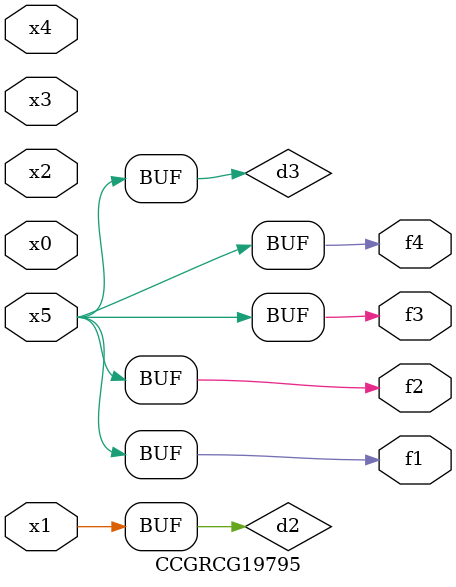
<source format=v>
module CCGRCG19795(
	input x0, x1, x2, x3, x4, x5,
	output f1, f2, f3, f4
);

	wire d1, d2, d3;

	not (d1, x5);
	or (d2, x1);
	xnor (d3, d1);
	assign f1 = d3;
	assign f2 = d3;
	assign f3 = d3;
	assign f4 = d3;
endmodule

</source>
